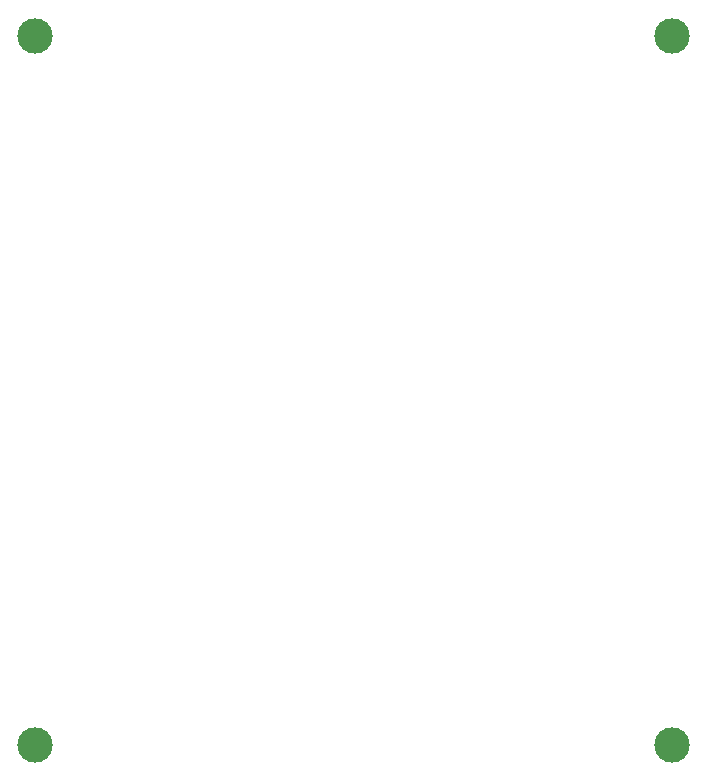
<source format=gbr>
G04 Layer_Color=0*
%FSLAX26Y26*%
%MOIN*%
%TF.FileFunction,NonPlated,1,6,NPTH,Drill*%
%TF.Part,Single*%
G01*
G75*
%TA.AperFunction,OtherDrill,Free Pad (-911.81mil,-982.918mil)*%
%ADD81C,0.118110*%
%TA.AperFunction,OtherDrill,Free Pad (-911.81mil,-3345.122mil)*%
%ADD82C,0.118110*%
%TA.AperFunction,OtherDrill,Free Pad (1214.174mil,-982.918mil)*%
%ADD83C,0.118110*%
%TA.AperFunction,OtherDrill,Free Pad (1214.174mil,-3345.122mil)*%
%ADD84C,0.118110*%
D81*
X-911810Y-982918D02*
D03*
D82*
X-911810Y-3345122D02*
D03*
D83*
X1214174Y-982918D02*
D03*
D84*
X1214174Y-3345122D02*
D03*
%TF.MD5,39db3470c6543bd9f962a4688071cdc5*%
M02*

</source>
